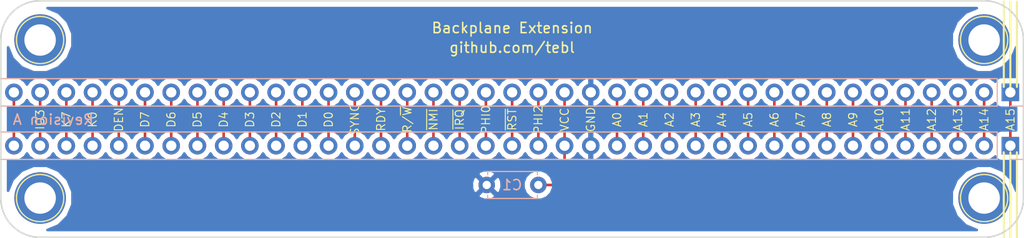
<source format=kicad_pcb>
(kicad_pcb (version 4) (host pcbnew 4.0.7)

  (general
    (links 41)
    (no_connects 0)
    (area 97.714999 95.074999 196.925001 118.185001)
    (thickness 1.6)
    (drawings 55)
    (tracks 41)
    (zones 0)
    (modules 7)
    (nets 40)
  )

  (page A4)
  (layers
    (0 F.Cu signal)
    (31 B.Cu signal hide)
    (32 B.Adhes user)
    (33 F.Adhes user)
    (34 B.Paste user)
    (35 F.Paste user)
    (36 B.SilkS user hide)
    (37 F.SilkS user)
    (38 B.Mask user)
    (39 F.Mask user)
    (40 Dwgs.User user)
    (41 Cmts.User user)
    (42 Eco1.User user)
    (43 Eco2.User user)
    (44 Edge.Cuts user)
    (45 Margin user)
    (46 B.CrtYd user)
    (47 F.CrtYd user)
    (48 B.Fab user)
    (49 F.Fab user)
  )

  (setup
    (last_trace_width 0.25)
    (user_trace_width 0.1)
    (trace_clearance 0.2)
    (zone_clearance 0.508)
    (zone_45_only no)
    (trace_min 0.01)
    (segment_width 0.2)
    (edge_width 0.15)
    (via_size 0.6)
    (via_drill 0.4)
    (via_min_size 0.4)
    (via_min_drill 0.3)
    (uvia_size 0.3)
    (uvia_drill 0.1)
    (uvias_allowed no)
    (uvia_min_size 0.2)
    (uvia_min_drill 0.1)
    (pcb_text_width 0.3)
    (pcb_text_size 1.5 1.5)
    (mod_edge_width 0.15)
    (mod_text_size 1 1)
    (mod_text_width 0.15)
    (pad_size 5 5)
    (pad_drill 3.048)
    (pad_to_mask_clearance 0.2)
    (aux_axis_origin 104.14 52.07)
    (visible_elements 7FFFFFFF)
    (pcbplotparams
      (layerselection 0x011fc_80000001)
      (usegerberextensions true)
      (excludeedgelayer true)
      (linewidth 0.100000)
      (plotframeref false)
      (viasonmask false)
      (mode 1)
      (useauxorigin false)
      (hpglpennumber 1)
      (hpglpenspeed 20)
      (hpglpendiameter 15)
      (hpglpenoverlay 2)
      (psnegative false)
      (psa4output false)
      (plotreference true)
      (plotvalue true)
      (plotinvisibletext false)
      (padsonsilk false)
      (subtractmaskfromsilk false)
      (outputformat 1)
      (mirror false)
      (drillshape 0)
      (scaleselection 1)
      (outputdirectory export/))
  )

  (net 0 "")
  (net 1 GND)
  (net 2 VCC)
  (net 3 /A15)
  (net 4 /A14)
  (net 5 /A13)
  (net 6 /A12)
  (net 7 /A11)
  (net 8 /A10)
  (net 9 /A9)
  (net 10 /A8)
  (net 11 /A7)
  (net 12 /A6)
  (net 13 /A5)
  (net 14 /A4)
  (net 15 /A3)
  (net 16 /A2)
  (net 17 /A1)
  (net 18 /A0)
  (net 19 /~IRQ)
  (net 20 /~NMI)
  (net 21 /R/~W)
  (net 22 /~RDY)
  (net 23 /SYNC)
  (net 24 /D0)
  (net 25 /D1)
  (net 26 /D2)
  (net 27 /D3)
  (net 28 /D4)
  (net 29 /D5)
  (net 30 /D6)
  (net 31 /D7)
  (net 32 /~RESET)
  (net 33 /PIN35)
  (net 34 /PIN36)
  (net 35 /PIN37)
  (net 36 /PIN39)
  (net 37 /PHI2)
  (net 38 /PHI0)
  (net 39 /~IO3)

  (net_class Default "This is the default net class."
    (clearance 0.2)
    (trace_width 0.25)
    (via_dia 0.6)
    (via_drill 0.4)
    (uvia_dia 0.3)
    (uvia_drill 0.1)
    (add_net /A0)
    (add_net /A1)
    (add_net /A10)
    (add_net /A11)
    (add_net /A12)
    (add_net /A13)
    (add_net /A14)
    (add_net /A15)
    (add_net /A2)
    (add_net /A3)
    (add_net /A4)
    (add_net /A5)
    (add_net /A6)
    (add_net /A7)
    (add_net /A8)
    (add_net /A9)
    (add_net /D0)
    (add_net /D1)
    (add_net /D2)
    (add_net /D3)
    (add_net /D4)
    (add_net /D5)
    (add_net /D6)
    (add_net /D7)
    (add_net /PHI0)
    (add_net /PHI2)
    (add_net /PIN35)
    (add_net /PIN36)
    (add_net /PIN37)
    (add_net /PIN39)
    (add_net /R/~W)
    (add_net /SYNC)
    (add_net /~IO3)
    (add_net /~IRQ)
    (add_net /~NMI)
    (add_net /~RDY)
    (add_net /~RESET)
    (add_net GND)
    (add_net VCC)
  )

  (net_class VCC ""
    (clearance 0.2)
    (trace_width 0.75)
    (via_dia 0.6)
    (via_drill 0.4)
    (uvia_dia 0.3)
    (uvia_drill 0.1)
  )

  (module mounting:1pin (layer F.Cu) (tedit 5D61810C) (tstamp 5D63F39B)
    (at 101.6 98.96 90)
    (descr "module 1 pin (ou trou mecanique de percage)")
    (tags DEV)
    (path /5D63FD8B)
    (fp_text reference M1 (at 0 -3.048 90) (layer F.Fab) hide
      (effects (font (size 1 1) (thickness 0.15)))
    )
    (fp_text value Mounting (at 0 3 90) (layer F.Fab) hide
      (effects (font (size 1 1) (thickness 0.15)))
    )
    (fp_circle (center 0 0) (end 2 0.8) (layer F.Fab) (width 0.1))
    (fp_circle (center 0 0) (end 2.6 0) (layer F.CrtYd) (width 0.05))
    (fp_circle (center 0 0) (end 0 -2.286) (layer F.SilkS) (width 0.12))
    (pad 1 thru_hole circle (at 0 0 90) (size 5 5) (drill 3.048) (layers *.Cu *.Mask))
  )

  (module mounting:1pin (layer F.Cu) (tedit 5D61810C) (tstamp 5D63F3A3)
    (at 193.04 98.96)
    (descr "module 1 pin (ou trou mecanique de percage)")
    (tags DEV)
    (path /5D63FDB2)
    (fp_text reference M2 (at 0 -3.048) (layer F.Fab) hide
      (effects (font (size 1 1) (thickness 0.15)))
    )
    (fp_text value Mounting (at 0 3) (layer F.Fab) hide
      (effects (font (size 1 1) (thickness 0.15)))
    )
    (fp_circle (center 0 0) (end 2 0.8) (layer F.Fab) (width 0.1))
    (fp_circle (center 0 0) (end 2.6 0) (layer F.CrtYd) (width 0.05))
    (fp_circle (center 0 0) (end 0 -2.286) (layer F.SilkS) (width 0.12))
    (pad 1 thru_hole circle (at 0 0) (size 5 5) (drill 3.048) (layers *.Cu *.Mask))
  )

  (module mounting:1pin locked (layer F.Cu) (tedit 5D61810C) (tstamp 5D63F3AB)
    (at 193.04 114.3)
    (descr "module 1 pin (ou trou mecanique de percage)")
    (tags DEV)
    (path /5D63FDD2)
    (fp_text reference M3 (at 0 -3.048) (layer F.Fab) hide
      (effects (font (size 1 1) (thickness 0.15)))
    )
    (fp_text value Mounting (at 0 3) (layer F.Fab) hide
      (effects (font (size 1 1) (thickness 0.15)))
    )
    (fp_circle (center 0 0) (end 2 0.8) (layer F.Fab) (width 0.1))
    (fp_circle (center 0 0) (end 2.6 0) (layer F.CrtYd) (width 0.05))
    (fp_circle (center 0 0) (end 0 -2.286) (layer F.SilkS) (width 0.12))
    (pad 1 thru_hole circle (at 0 0) (size 5 5) (drill 3.048) (layers *.Cu *.Mask))
  )

  (module mounting:1pin locked (layer F.Cu) (tedit 5D61810C) (tstamp 5D63F3B3)
    (at 101.6 114.3)
    (descr "module 1 pin (ou trou mecanique de percage)")
    (tags DEV)
    (path /5D63FDF2)
    (fp_text reference M4 (at 0 -3.048) (layer F.Fab) hide
      (effects (font (size 1 1) (thickness 0.15)))
    )
    (fp_text value Mounting (at 0 3) (layer F.Fab) hide
      (effects (font (size 1 1) (thickness 0.15)))
    )
    (fp_circle (center 0 0) (end 2 0.8) (layer F.Fab) (width 0.1))
    (fp_circle (center 0 0) (end 2.6 0) (layer F.CrtYd) (width 0.05))
    (fp_circle (center 0 0) (end 0 -2.286) (layer F.SilkS) (width 0.12))
    (pad 1 thru_hole circle (at 0 0) (size 5 5) (drill 3.048) (layers *.Cu *.Mask))
  )

  (module Pin_Headers:Pin_Header_Straight_1x39_Pitch2.54mm (layer B.Cu) (tedit 5E2DEE07) (tstamp 5DD08C54)
    (at 195.58 109.22 90)
    (descr "Through hole straight pin header, 1x39, 2.54mm pitch, single row")
    (tags "Through hole pin header THT 1x39 2.54mm single row")
    (path /5DD0D32D)
    (fp_text reference J2 (at 0 2.33 90) (layer B.SilkS)
      (effects (font (size 1 1) (thickness 0.15)) (justify mirror))
    )
    (fp_text value "Project Platform" (at -2.54 -81.28 180) (layer B.Fab)
      (effects (font (size 1 1) (thickness 0.15)) (justify mirror))
    )
    (fp_line (start -0.635 1.27) (end 1.27 1.27) (layer B.Fab) (width 0.1))
    (fp_line (start 1.27 1.27) (end 1.27 -97.79) (layer B.Fab) (width 0.1))
    (fp_line (start 1.27 -97.79) (end -1.27 -97.79) (layer B.Fab) (width 0.1))
    (fp_line (start -1.27 -97.79) (end -1.27 0.635) (layer B.Fab) (width 0.1))
    (fp_line (start -1.27 0.635) (end -0.635 1.27) (layer B.Fab) (width 0.1))
    (fp_line (start -1.33 -97.85) (end 1.33 -97.85) (layer B.SilkS) (width 0.12))
    (fp_line (start -1.33 -1.27) (end -1.33 -97.85) (layer B.SilkS) (width 0.12))
    (fp_line (start 1.33 -1.27) (end 1.33 -97.85) (layer B.SilkS) (width 0.12))
    (fp_line (start -1.33 -1.27) (end 1.33 -1.27) (layer B.SilkS) (width 0.12))
    (fp_line (start -1.33 0) (end -1.33 1.33) (layer B.SilkS) (width 0.12))
    (fp_line (start -1.33 1.33) (end 0 1.33) (layer B.SilkS) (width 0.12))
    (fp_line (start -1.8 1.8) (end -1.8 -98.3) (layer B.CrtYd) (width 0.05))
    (fp_line (start -1.8 -98.3) (end 1.8 -98.3) (layer B.CrtYd) (width 0.05))
    (fp_line (start 1.8 -98.3) (end 1.8 1.8) (layer B.CrtYd) (width 0.05))
    (fp_line (start 1.8 1.8) (end -1.8 1.8) (layer B.CrtYd) (width 0.05))
    (fp_text user %R (at 0 -48.26 360) (layer B.Fab)
      (effects (font (size 1 1) (thickness 0.15)) (justify mirror))
    )
    (pad 1 thru_hole rect (at 0 0 90) (size 1.7 1.7) (drill 1) (layers *.Cu *.Mask)
      (net 3 /A15))
    (pad 2 thru_hole oval (at 0 -2.54 90) (size 1.7 1.7) (drill 1) (layers *.Cu *.Mask)
      (net 4 /A14))
    (pad 3 thru_hole oval (at 0 -5.08 90) (size 1.7 1.7) (drill 1) (layers *.Cu *.Mask)
      (net 5 /A13))
    (pad 4 thru_hole oval (at 0 -7.62 90) (size 1.7 1.7) (drill 1) (layers *.Cu *.Mask)
      (net 6 /A12))
    (pad 5 thru_hole oval (at 0 -10.16 90) (size 1.7 1.7) (drill 1) (layers *.Cu *.Mask)
      (net 7 /A11))
    (pad 6 thru_hole oval (at 0 -12.7 90) (size 1.7 1.7) (drill 1) (layers *.Cu *.Mask)
      (net 8 /A10))
    (pad 7 thru_hole oval (at 0 -15.24 90) (size 1.7 1.7) (drill 1) (layers *.Cu *.Mask)
      (net 9 /A9))
    (pad 8 thru_hole oval (at 0 -17.78 90) (size 1.7 1.7) (drill 1) (layers *.Cu *.Mask)
      (net 10 /A8))
    (pad 9 thru_hole oval (at 0 -20.32 90) (size 1.7 1.7) (drill 1) (layers *.Cu *.Mask)
      (net 11 /A7))
    (pad 10 thru_hole oval (at 0 -22.86 90) (size 1.7 1.7) (drill 1) (layers *.Cu *.Mask)
      (net 12 /A6))
    (pad 11 thru_hole oval (at 0 -25.4 90) (size 1.7 1.7) (drill 1) (layers *.Cu *.Mask)
      (net 13 /A5))
    (pad 12 thru_hole oval (at 0 -27.94 90) (size 1.7 1.7) (drill 1) (layers *.Cu *.Mask)
      (net 14 /A4))
    (pad 13 thru_hole oval (at 0 -30.48 90) (size 1.7 1.7) (drill 1) (layers *.Cu *.Mask)
      (net 15 /A3))
    (pad 14 thru_hole oval (at 0 -33.02 90) (size 1.7 1.7) (drill 1) (layers *.Cu *.Mask)
      (net 16 /A2))
    (pad 15 thru_hole oval (at 0 -35.56 90) (size 1.7 1.7) (drill 1) (layers *.Cu *.Mask)
      (net 17 /A1))
    (pad 16 thru_hole oval (at 0 -38.1 90) (size 1.7 1.7) (drill 1) (layers *.Cu *.Mask)
      (net 18 /A0))
    (pad 17 thru_hole oval (at 0 -40.64 90) (size 1.7 1.7) (drill 1) (layers *.Cu *.Mask)
      (net 1 GND))
    (pad 18 thru_hole oval (at 0 -43.18 90) (size 1.7 1.7) (drill 1) (layers *.Cu *.Mask)
      (net 2 VCC))
    (pad 19 thru_hole oval (at 0 -45.72 90) (size 1.7 1.7) (drill 1) (layers *.Cu *.Mask)
      (net 37 /PHI2))
    (pad 20 thru_hole oval (at 0 -48.26 90) (size 1.7 1.7) (drill 1) (layers *.Cu *.Mask)
      (net 32 /~RESET))
    (pad 21 thru_hole oval (at 0 -50.8 90) (size 1.7 1.7) (drill 1) (layers *.Cu *.Mask)
      (net 38 /PHI0))
    (pad 22 thru_hole oval (at 0 -53.34 90) (size 1.7 1.7) (drill 1) (layers *.Cu *.Mask)
      (net 19 /~IRQ))
    (pad 23 thru_hole oval (at 0 -55.88 90) (size 1.7 1.7) (drill 1) (layers *.Cu *.Mask)
      (net 20 /~NMI))
    (pad 24 thru_hole oval (at 0 -58.42 90) (size 1.7 1.7) (drill 1) (layers *.Cu *.Mask)
      (net 21 /R/~W))
    (pad 25 thru_hole oval (at 0 -60.96 90) (size 1.7 1.7) (drill 1) (layers *.Cu *.Mask)
      (net 22 /~RDY))
    (pad 26 thru_hole oval (at 0 -63.5 90) (size 1.7 1.7) (drill 1) (layers *.Cu *.Mask)
      (net 23 /SYNC))
    (pad 27 thru_hole oval (at 0 -66.04 90) (size 1.7 1.7) (drill 1) (layers *.Cu *.Mask)
      (net 24 /D0))
    (pad 28 thru_hole oval (at 0 -68.58 90) (size 1.7 1.7) (drill 1) (layers *.Cu *.Mask)
      (net 25 /D1))
    (pad 29 thru_hole oval (at 0 -71.12 90) (size 1.7 1.7) (drill 1) (layers *.Cu *.Mask)
      (net 26 /D2))
    (pad 30 thru_hole oval (at 0 -73.66 90) (size 1.7 1.7) (drill 1) (layers *.Cu *.Mask)
      (net 27 /D3))
    (pad 31 thru_hole oval (at 0 -76.2 90) (size 1.7 1.7) (drill 1) (layers *.Cu *.Mask)
      (net 28 /D4))
    (pad 32 thru_hole oval (at 0 -78.74 90) (size 1.7 1.7) (drill 1) (layers *.Cu *.Mask)
      (net 29 /D5))
    (pad 33 thru_hole oval (at 0 -81.28 90) (size 1.7 1.7) (drill 1) (layers *.Cu *.Mask)
      (net 30 /D6))
    (pad 34 thru_hole oval (at 0 -83.82 90) (size 1.7 1.7) (drill 1) (layers *.Cu *.Mask)
      (net 31 /D7))
    (pad 35 thru_hole oval (at 0 -86.36 90) (size 1.7 1.7) (drill 1) (layers *.Cu *.Mask)
      (net 33 /PIN35))
    (pad 36 thru_hole oval (at 0 -88.9 90) (size 1.7 1.7) (drill 1) (layers *.Cu *.Mask)
      (net 34 /PIN36))
    (pad 37 thru_hole oval (at 0 -91.44 90) (size 1.7 1.7) (drill 1) (layers *.Cu *.Mask)
      (net 35 /PIN37))
    (pad 38 thru_hole oval (at 0 -93.98 90) (size 1.7 1.7) (drill 1) (layers *.Cu *.Mask)
      (net 39 /~IO3))
    (pad 39 thru_hole oval (at 0 -96.52 90) (size 1.7 1.7) (drill 1) (layers *.Cu *.Mask)
      (net 36 /PIN39))
    (model ${KISYS3DMOD}/Pin_Headers.3dshapes/Pin_Header_Straight_1x39_Pitch2.54mm.wrl
      (at (xyz 0 0 0))
      (scale (xyz 1 1 1))
      (rotate (xyz 0 0 0))
    )
  )

  (module Capacitors_THT:C_Disc_D4.7mm_W2.5mm_P5.00mm (layer B.Cu) (tedit 5DD0871F) (tstamp 5DD08DB8)
    (at 149.86 113.03 180)
    (descr "C, Disc series, Radial, pin pitch=5.00mm, , diameter*width=4.7*2.5mm^2, Capacitor, http://www.vishay.com/docs/45233/krseries.pdf")
    (tags "C Disc series Radial pin pitch 5.00mm  diameter 4.7mm width 2.5mm Capacitor")
    (path /5DD0E0B6)
    (fp_text reference C1 (at 2.54 0 180) (layer B.SilkS)
      (effects (font (size 1 1) (thickness 0.15)) (justify mirror))
    )
    (fp_text value 100nF (at 2.5 -2.56 180) (layer B.Fab)
      (effects (font (size 1 1) (thickness 0.15)) (justify mirror))
    )
    (fp_line (start 0.15 1.25) (end 0.15 -1.25) (layer B.Fab) (width 0.1))
    (fp_line (start 0.15 -1.25) (end 4.85 -1.25) (layer B.Fab) (width 0.1))
    (fp_line (start 4.85 -1.25) (end 4.85 1.25) (layer B.Fab) (width 0.1))
    (fp_line (start 4.85 1.25) (end 0.15 1.25) (layer B.Fab) (width 0.1))
    (fp_line (start 0.09 1.31) (end 4.91 1.31) (layer B.SilkS) (width 0.12))
    (fp_line (start 0.09 -1.31) (end 4.91 -1.31) (layer B.SilkS) (width 0.12))
    (fp_line (start 0.09 1.31) (end 0.09 0.996) (layer B.SilkS) (width 0.12))
    (fp_line (start 0.09 -0.996) (end 0.09 -1.31) (layer B.SilkS) (width 0.12))
    (fp_line (start 4.91 1.31) (end 4.91 0.996) (layer B.SilkS) (width 0.12))
    (fp_line (start 4.91 -0.996) (end 4.91 -1.31) (layer B.SilkS) (width 0.12))
    (fp_line (start -1.05 1.6) (end -1.05 -1.6) (layer B.CrtYd) (width 0.05))
    (fp_line (start -1.05 -1.6) (end 6.05 -1.6) (layer B.CrtYd) (width 0.05))
    (fp_line (start 6.05 -1.6) (end 6.05 1.6) (layer B.CrtYd) (width 0.05))
    (fp_line (start 6.05 1.6) (end -1.05 1.6) (layer B.CrtYd) (width 0.05))
    (fp_text user %R (at 2.54 0 180) (layer B.Fab)
      (effects (font (size 1 1) (thickness 0.15)) (justify mirror))
    )
    (pad 1 thru_hole circle (at 0 0 180) (size 1.6 1.6) (drill 0.8) (layers *.Cu *.Mask)
      (net 2 VCC))
    (pad 2 thru_hole circle (at 5 0 180) (size 1.6 1.6) (drill 0.8) (layers *.Cu *.Mask)
      (net 1 GND))
    (model ${KISYS3DMOD}/Capacitors_THT.3dshapes/C_Disc_D4.7mm_W2.5mm_P5.00mm.wrl
      (at (xyz 0 0 0))
      (scale (xyz 1 1 1))
      (rotate (xyz 0 0 0))
    )
  )

  (module Pin_Headers:Pin_Header_Straight_1x39_Pitch2.54mm (layer B.Cu) (tedit 5E2DEE10) (tstamp 5E2DDD17)
    (at 195.58 104.04 90)
    (descr "Through hole straight pin header, 1x39, 2.54mm pitch, single row")
    (tags "Through hole pin header THT 1x39 2.54mm single row")
    (path /5DC149FA)
    (fp_text reference J1 (at 0 2.33 90) (layer B.SilkS)
      (effects (font (size 1 1) (thickness 0.15)) (justify mirror))
    )
    (fp_text value Backplane (at 2.44 -81.28 180) (layer B.Fab)
      (effects (font (size 1 1) (thickness 0.15)) (justify mirror))
    )
    (fp_line (start -0.635 1.27) (end 1.27 1.27) (layer B.Fab) (width 0.1))
    (fp_line (start 1.27 1.27) (end 1.27 -97.79) (layer B.Fab) (width 0.1))
    (fp_line (start 1.27 -97.79) (end -1.27 -97.79) (layer B.Fab) (width 0.1))
    (fp_line (start -1.27 -97.79) (end -1.27 0.635) (layer B.Fab) (width 0.1))
    (fp_line (start -1.27 0.635) (end -0.635 1.27) (layer B.Fab) (width 0.1))
    (fp_line (start -1.33 -97.85) (end 1.33 -97.85) (layer B.SilkS) (width 0.12))
    (fp_line (start -1.33 -1.27) (end -1.33 -97.85) (layer B.SilkS) (width 0.12))
    (fp_line (start 1.33 -1.27) (end 1.33 -97.85) (layer B.SilkS) (width 0.12))
    (fp_line (start -1.33 -1.27) (end 1.33 -1.27) (layer B.SilkS) (width 0.12))
    (fp_line (start -1.33 0) (end -1.33 1.33) (layer B.SilkS) (width 0.12))
    (fp_line (start -1.33 1.33) (end 0 1.33) (layer B.SilkS) (width 0.12))
    (fp_line (start -1.8 1.8) (end -1.8 -98.3) (layer B.CrtYd) (width 0.05))
    (fp_line (start -1.8 -98.3) (end 1.8 -98.3) (layer B.CrtYd) (width 0.05))
    (fp_line (start 1.8 -98.3) (end 1.8 1.8) (layer B.CrtYd) (width 0.05))
    (fp_line (start 1.8 1.8) (end -1.8 1.8) (layer B.CrtYd) (width 0.05))
    (fp_text user %R (at 0 -48.26 360) (layer B.Fab)
      (effects (font (size 1 1) (thickness 0.15)) (justify mirror))
    )
    (pad 1 thru_hole rect (at 0 0 90) (size 1.7 1.7) (drill 1) (layers *.Cu *.Mask)
      (net 3 /A15))
    (pad 2 thru_hole oval (at 0 -2.54 90) (size 1.7 1.7) (drill 1) (layers *.Cu *.Mask)
      (net 4 /A14))
    (pad 3 thru_hole oval (at 0 -5.08 90) (size 1.7 1.7) (drill 1) (layers *.Cu *.Mask)
      (net 5 /A13))
    (pad 4 thru_hole oval (at 0 -7.62 90) (size 1.7 1.7) (drill 1) (layers *.Cu *.Mask)
      (net 6 /A12))
    (pad 5 thru_hole oval (at 0 -10.16 90) (size 1.7 1.7) (drill 1) (layers *.Cu *.Mask)
      (net 7 /A11))
    (pad 6 thru_hole oval (at 0 -12.7 90) (size 1.7 1.7) (drill 1) (layers *.Cu *.Mask)
      (net 8 /A10))
    (pad 7 thru_hole oval (at 0 -15.24 90) (size 1.7 1.7) (drill 1) (layers *.Cu *.Mask)
      (net 9 /A9))
    (pad 8 thru_hole oval (at 0 -17.78 90) (size 1.7 1.7) (drill 1) (layers *.Cu *.Mask)
      (net 10 /A8))
    (pad 9 thru_hole oval (at 0 -20.32 90) (size 1.7 1.7) (drill 1) (layers *.Cu *.Mask)
      (net 11 /A7))
    (pad 10 thru_hole oval (at 0 -22.86 90) (size 1.7 1.7) (drill 1) (layers *.Cu *.Mask)
      (net 12 /A6))
    (pad 11 thru_hole oval (at 0 -25.4 90) (size 1.7 1.7) (drill 1) (layers *.Cu *.Mask)
      (net 13 /A5))
    (pad 12 thru_hole oval (at 0 -27.94 90) (size 1.7 1.7) (drill 1) (layers *.Cu *.Mask)
      (net 14 /A4))
    (pad 13 thru_hole oval (at 0 -30.48 90) (size 1.7 1.7) (drill 1) (layers *.Cu *.Mask)
      (net 15 /A3))
    (pad 14 thru_hole oval (at 0 -33.02 90) (size 1.7 1.7) (drill 1) (layers *.Cu *.Mask)
      (net 16 /A2))
    (pad 15 thru_hole oval (at 0 -35.56 90) (size 1.7 1.7) (drill 1) (layers *.Cu *.Mask)
      (net 17 /A1))
    (pad 16 thru_hole oval (at 0 -38.1 90) (size 1.7 1.7) (drill 1) (layers *.Cu *.Mask)
      (net 18 /A0))
    (pad 17 thru_hole oval (at 0 -40.64 90) (size 1.7 1.7) (drill 1) (layers *.Cu *.Mask)
      (net 1 GND))
    (pad 18 thru_hole oval (at 0 -43.18 90) (size 1.7 1.7) (drill 1) (layers *.Cu *.Mask)
      (net 2 VCC))
    (pad 19 thru_hole oval (at 0 -45.72 90) (size 1.7 1.7) (drill 1) (layers *.Cu *.Mask)
      (net 37 /PHI2))
    (pad 20 thru_hole oval (at 0 -48.26 90) (size 1.7 1.7) (drill 1) (layers *.Cu *.Mask)
      (net 32 /~RESET))
    (pad 21 thru_hole oval (at 0 -50.8 90) (size 1.7 1.7) (drill 1) (layers *.Cu *.Mask)
      (net 38 /PHI0))
    (pad 22 thru_hole oval (at 0 -53.34 90) (size 1.7 1.7) (drill 1) (layers *.Cu *.Mask)
      (net 19 /~IRQ))
    (pad 23 thru_hole oval (at 0 -55.88 90) (size 1.7 1.7) (drill 1) (layers *.Cu *.Mask)
      (net 20 /~NMI))
    (pad 24 thru_hole oval (at 0 -58.42 90) (size 1.7 1.7) (drill 1) (layers *.Cu *.Mask)
      (net 21 /R/~W))
    (pad 25 thru_hole oval (at 0 -60.96 90) (size 1.7 1.7) (drill 1) (layers *.Cu *.Mask)
      (net 22 /~RDY))
    (pad 26 thru_hole oval (at 0 -63.5 90) (size 1.7 1.7) (drill 1) (layers *.Cu *.Mask)
      (net 23 /SYNC))
    (pad 27 thru_hole oval (at 0 -66.04 90) (size 1.7 1.7) (drill 1) (layers *.Cu *.Mask)
      (net 24 /D0))
    (pad 28 thru_hole oval (at 0 -68.58 90) (size 1.7 1.7) (drill 1) (layers *.Cu *.Mask)
      (net 25 /D1))
    (pad 29 thru_hole oval (at 0 -71.12 90) (size 1.7 1.7) (drill 1) (layers *.Cu *.Mask)
      (net 26 /D2))
    (pad 30 thru_hole oval (at 0 -73.66 90) (size 1.7 1.7) (drill 1) (layers *.Cu *.Mask)
      (net 27 /D3))
    (pad 31 thru_hole oval (at 0 -76.2 90) (size 1.7 1.7) (drill 1) (layers *.Cu *.Mask)
      (net 28 /D4))
    (pad 32 thru_hole oval (at 0 -78.74 90) (size 1.7 1.7) (drill 1) (layers *.Cu *.Mask)
      (net 29 /D5))
    (pad 33 thru_hole oval (at 0 -81.28 90) (size 1.7 1.7) (drill 1) (layers *.Cu *.Mask)
      (net 30 /D6))
    (pad 34 thru_hole oval (at 0 -83.82 90) (size 1.7 1.7) (drill 1) (layers *.Cu *.Mask)
      (net 31 /D7))
    (pad 35 thru_hole oval (at 0 -86.36 90) (size 1.7 1.7) (drill 1) (layers *.Cu *.Mask)
      (net 33 /PIN35))
    (pad 36 thru_hole oval (at 0 -88.9 90) (size 1.7 1.7) (drill 1) (layers *.Cu *.Mask)
      (net 34 /PIN36))
    (pad 37 thru_hole oval (at 0 -91.44 90) (size 1.7 1.7) (drill 1) (layers *.Cu *.Mask)
      (net 35 /PIN37))
    (pad 38 thru_hole oval (at 0 -93.98 90) (size 1.7 1.7) (drill 1) (layers *.Cu *.Mask)
      (net 39 /~IO3))
    (pad 39 thru_hole oval (at 0 -96.52 90) (size 1.7 1.7) (drill 1) (layers *.Cu *.Mask)
      (net 36 /PIN39))
    (model ${KISYS3DMOD}/Pin_Headers.3dshapes/Pin_Header_Straight_1x39_Pitch2.54mm.wrl
      (at (xyz 0 0 0))
      (scale (xyz 1 1 1))
      (rotate (xyz 0 0 0))
    )
  )

  (gr_text GND (at 154.94 106.68 90) (layer F.SilkS)
    (effects (font (size 0.8 0.8) (thickness 0.1)))
  )
  (gr_text VCC (at 152.4 106.68 90) (layer F.SilkS)
    (effects (font (size 0.8 0.8) (thickness 0.1)))
  )
  (gr_text PHI2 (at 149.86 106.68 90) (layer F.SilkS)
    (effects (font (size 0.8 0.8) (thickness 0.1)))
  )
  (gr_text ~RST (at 147.32 106.68 90) (layer F.SilkS)
    (effects (font (size 0.8 0.8) (thickness 0.1)))
  )
  (gr_text PHI0 (at 144.78 106.68 90) (layer F.SilkS)
    (effects (font (size 0.8 0.8) (thickness 0.1)))
  )
  (gr_text ~IRQ (at 142.24 106.68 90) (layer F.SilkS)
    (effects (font (size 0.8 0.8) (thickness 0.1)))
  )
  (gr_text ~NMI (at 139.7 106.68 90) (layer F.SilkS)
    (effects (font (size 0.8 0.8) (thickness 0.1)))
  )
  (gr_text R/~W (at 137.16 106.68 90) (layer F.SilkS)
    (effects (font (size 0.8 0.8) (thickness 0.1)))
  )
  (gr_text RDY (at 134.62 106.68 90) (layer F.SilkS)
    (effects (font (size 0.8 0.8) (thickness 0.1)))
  )
  (gr_line (start 196.215 103.505) (end 196.215 95.25) (angle 90) (layer F.SilkS) (width 0.2))
  (gr_line (start 195.58 95.25) (end 195.58 103.505) (angle 90) (layer F.SilkS) (width 0.2))
  (gr_line (start 194.945 103.505) (end 194.945 95.25) (angle 90) (layer F.SilkS) (width 0.2))
  (gr_line (start 196.215 109.855) (end 196.215 118.11) (angle 90) (layer F.SilkS) (width 0.2))
  (gr_line (start 195.58 118.11) (end 195.58 109.855) (angle 90) (layer F.SilkS) (width 0.2))
  (gr_line (start 194.945 109.855) (end 194.945 118.11) (angle 90) (layer F.SilkS) (width 0.2))
  (gr_text A15 (at 195.58 106.68 90) (layer F.SilkS)
    (effects (font (size 0.8 0.8) (thickness 0.1)))
  )
  (gr_text A14 (at 193.04 106.68 90) (layer F.SilkS)
    (effects (font (size 0.8 0.8) (thickness 0.1)))
  )
  (gr_text A13 (at 190.5 106.68 90) (layer F.SilkS)
    (effects (font (size 0.8 0.8) (thickness 0.1)))
  )
  (gr_text A12 (at 187.96 106.68 90) (layer F.SilkS)
    (effects (font (size 0.8 0.8) (thickness 0.1)))
  )
  (gr_text A11 (at 185.42 106.68 90) (layer F.SilkS)
    (effects (font (size 0.8 0.8) (thickness 0.1)))
  )
  (gr_text A10 (at 182.88 106.68 90) (layer F.SilkS)
    (effects (font (size 0.8 0.8) (thickness 0.1)))
  )
  (gr_text A9 (at 180.34 106.68 90) (layer F.SilkS)
    (effects (font (size 0.8 0.8) (thickness 0.1)))
  )
  (gr_text A8 (at 177.8 106.68 90) (layer F.SilkS)
    (effects (font (size 0.8 0.8) (thickness 0.1)))
  )
  (gr_text A7 (at 175.26 106.68 90) (layer F.SilkS)
    (effects (font (size 0.8 0.8) (thickness 0.1)))
  )
  (gr_text A6 (at 172.72 106.68 90) (layer F.SilkS)
    (effects (font (size 0.8 0.8) (thickness 0.1)))
  )
  (gr_text A5 (at 170.18 106.68 90) (layer F.SilkS)
    (effects (font (size 0.8 0.8) (thickness 0.1)))
  )
  (gr_text A4 (at 167.64 106.68 90) (layer F.SilkS)
    (effects (font (size 0.8 0.8) (thickness 0.1)))
  )
  (gr_text A3 (at 165.1 106.68 90) (layer F.SilkS)
    (effects (font (size 0.8 0.8) (thickness 0.1)))
  )
  (gr_text A2 (at 162.56 106.68 90) (layer F.SilkS)
    (effects (font (size 0.8 0.8) (thickness 0.1)))
  )
  (gr_text A1 (at 160.02 106.68 90) (layer F.SilkS)
    (effects (font (size 0.8 0.8) (thickness 0.1)))
  )
  (gr_text A0 (at 157.48 106.68 90) (layer F.SilkS)
    (effects (font (size 0.8 0.8) (thickness 0.1)))
  )
  (gr_text D0 (at 129.54 106.68 90) (layer F.SilkS)
    (effects (font (size 0.8 0.8) (thickness 0.1)))
  )
  (gr_text D1 (at 127 106.68 90) (layer F.SilkS)
    (effects (font (size 0.8 0.8) (thickness 0.1)))
  )
  (gr_text D2 (at 124.46 106.68 90) (layer F.SilkS)
    (effects (font (size 0.8 0.8) (thickness 0.1)))
  )
  (gr_text D3 (at 121.92 106.68 90) (layer F.SilkS)
    (effects (font (size 0.8 0.8) (thickness 0.1)))
  )
  (gr_text D4 (at 119.38 106.68 90) (layer F.SilkS)
    (effects (font (size 0.8 0.8) (thickness 0.1)))
  )
  (gr_text D5 (at 116.84 106.68 90) (layer F.SilkS)
    (effects (font (size 0.8 0.8) (thickness 0.1)))
  )
  (gr_text D6 (at 114.3 106.68 90) (layer F.SilkS)
    (effects (font (size 0.8 0.8) (thickness 0.1)))
  )
  (gr_text D7 (at 111.76 106.68 90) (layer F.SilkS)
    (effects (font (size 0.8 0.8) (thickness 0.1)))
  )
  (gr_text DEN (at 109.22 106.68 90) (layer F.SilkS)
    (effects (font (size 0.8 0.8) (thickness 0.1)))
  )
  (gr_text K0 (at 106.68 106.68 90) (layer F.SilkS)
    (effects (font (size 0.8 0.8) (thickness 0.1)))
  )
  (gr_text K7 (at 104.14 106.68 90) (layer F.SilkS)
    (effects (font (size 0.8 0.8) (thickness 0.1)))
  )
  (gr_text IO3 (at 101.6 106.68 90) (layer F.SilkS)
    (effects (font (size 0.8 0.8) (thickness 0.1)))
  )
  (gr_line (start 196.85 114.3) (end 196.85 98.96) (angle 90) (layer Edge.Cuts) (width 0.15))
  (gr_line (start 97.79 114.3) (end 97.79 98.96) (angle 90) (layer Edge.Cuts) (width 0.15))
  (gr_arc (start 101.6 98.96) (end 97.79 98.96) (angle 90) (layer Edge.Cuts) (width 0.15))
  (gr_line (start 101.6 95.15) (end 193.04 95.15) (angle 90) (layer Edge.Cuts) (width 0.15))
  (gr_arc (start 193.04 98.96) (end 193.04 95.15) (angle 90) (layer Edge.Cuts) (width 0.15))
  (gr_line (start 193.04 118.11) (end 101.6 118.11) (angle 90) (layer Edge.Cuts) (width 0.15))
  (gr_arc (start 193.04 114.3) (end 196.85 114.3) (angle 90) (layer Edge.Cuts) (width 0.15))
  (gr_arc (start 101.6 114.3) (end 101.6 118.11) (angle 90) (layer Edge.Cuts) (width 0.15))
  (gr_text SYNC (at 132.08 106.68 90) (layer F.SilkS)
    (effects (font (size 0.8 0.8) (thickness 0.1)))
  )
  (gr_text "Revision A" (at 102.87 106.68) (layer B.SilkS)
    (effects (font (size 1 1) (thickness 0.15)) (justify mirror))
  )
  (gr_text github.com/tebl (at 147.32 99.695) (layer F.SilkS)
    (effects (font (size 1 1) (thickness 0.15)))
  )
  (gr_text "Backplane Extension" (at 147.32 97.79) (layer F.SilkS)
    (effects (font (size 1 1) (thickness 0.15)))
  )

  (segment (start 149.86 113.03) (end 151.765 113.03) (width 0.25) (layer F.Cu) (net 2) (status 400000))
  (segment (start 152.4 112.395) (end 152.4 109.22) (width 0.25) (layer F.Cu) (net 2) (tstamp 5E2EFFDE) (status 800000))
  (segment (start 151.765 113.03) (end 152.4 112.395) (width 0.25) (layer F.Cu) (net 2) (tstamp 5E2EFFDD))
  (segment (start 152.4 109.22) (end 152.4 104.04) (width 0.25) (layer F.Cu) (net 2))
  (segment (start 195.58 109.22) (end 195.58 104.04) (width 0.25) (layer F.Cu) (net 3))
  (segment (start 193.04 104.04) (end 193.04 109.22) (width 0.25) (layer F.Cu) (net 4))
  (segment (start 190.5 109.22) (end 190.5 104.04) (width 0.25) (layer F.Cu) (net 5))
  (segment (start 187.96 104.04) (end 187.96 109.22) (width 0.25) (layer F.Cu) (net 6))
  (segment (start 185.42 109.22) (end 185.42 104.04) (width 0.25) (layer F.Cu) (net 7))
  (segment (start 182.88 104.04) (end 182.88 109.22) (width 0.25) (layer F.Cu) (net 8))
  (segment (start 180.34 109.22) (end 180.34 104.04) (width 0.25) (layer F.Cu) (net 9))
  (segment (start 177.8 104.04) (end 177.8 109.22) (width 0.25) (layer F.Cu) (net 10))
  (segment (start 175.26 109.22) (end 175.26 104.04) (width 0.25) (layer F.Cu) (net 11))
  (segment (start 172.72 109.22) (end 172.72 104.04) (width 0.25) (layer F.Cu) (net 12))
  (segment (start 170.18 104.04) (end 170.18 109.22) (width 0.25) (layer F.Cu) (net 13))
  (segment (start 167.64 109.22) (end 167.64 104.04) (width 0.25) (layer F.Cu) (net 14))
  (segment (start 165.1 104.04) (end 165.1 109.22) (width 0.25) (layer F.Cu) (net 15))
  (segment (start 162.56 109.22) (end 162.56 104.04) (width 0.25) (layer F.Cu) (net 16))
  (segment (start 160.02 104.04) (end 160.02 109.22) (width 0.25) (layer F.Cu) (net 17))
  (segment (start 157.48 109.22) (end 157.48 104.04) (width 0.25) (layer F.Cu) (net 18))
  (segment (start 142.24 109.22) (end 142.24 104.04) (width 0.25) (layer F.Cu) (net 19))
  (segment (start 139.7 104.04) (end 139.7 109.22) (width 0.25) (layer F.Cu) (net 20))
  (segment (start 137.16 109.22) (end 137.16 104.04) (width 0.25) (layer F.Cu) (net 21))
  (segment (start 134.62 104.04) (end 134.62 109.22) (width 0.25) (layer F.Cu) (net 22))
  (segment (start 132.08 109.22) (end 132.08 104.04) (width 0.25) (layer F.Cu) (net 23))
  (segment (start 129.54 104.04) (end 129.54 109.22) (width 0.25) (layer F.Cu) (net 24))
  (segment (start 127 104.04) (end 127 109.22) (width 0.25) (layer F.Cu) (net 25))
  (segment (start 124.46 109.22) (end 124.46 104.04) (width 0.25) (layer F.Cu) (net 26))
  (segment (start 121.92 104.04) (end 121.92 109.22) (width 0.25) (layer F.Cu) (net 27))
  (segment (start 119.38 109.22) (end 119.38 104.04) (width 0.25) (layer F.Cu) (net 28))
  (segment (start 116.84 104.04) (end 116.84 109.22) (width 0.25) (layer F.Cu) (net 29))
  (segment (start 114.3 109.22) (end 114.3 104.04) (width 0.25) (layer F.Cu) (net 30))
  (segment (start 111.76 104.04) (end 111.76 109.22) (width 0.25) (layer F.Cu) (net 31))
  (segment (start 147.32 109.22) (end 147.32 104.04) (width 0.25) (layer F.Cu) (net 32))
  (segment (start 109.22 109.22) (end 109.22 104.04) (width 0.25) (layer F.Cu) (net 33))
  (segment (start 106.68 104.04) (end 106.68 109.22) (width 0.25) (layer F.Cu) (net 34))
  (segment (start 104.14 109.22) (end 104.14 104.04) (width 0.25) (layer F.Cu) (net 35))
  (segment (start 99.06 109.22) (end 99.06 104.04) (width 0.25) (layer F.Cu) (net 36))
  (segment (start 149.86 104.04) (end 149.86 109.22) (width 0.25) (layer F.Cu) (net 37))
  (segment (start 144.78 104.04) (end 144.78 109.22) (width 0.25) (layer F.Cu) (net 38))
  (segment (start 101.6 104.04) (end 101.6 109.22) (width 0.25) (layer F.Cu) (net 39))

  (zone (net 1) (net_name GND) (layer B.Cu) (tstamp 5E2EFC8E) (hatch edge 0.508)
    (connect_pads (clearance 0.508))
    (min_thickness 0.254)
    (fill yes (arc_segments 16) (thermal_gap 0.508) (thermal_bridge_width 0.508))
    (polygon
      (pts
        (xy 94.615 91.44) (xy 201.295 91.44) (xy 201.295 121.92) (xy 94.615 121.92)
      )
    )
    (filled_polygon
      (pts
        (xy 191.266485 96.300727) (xy 190.383826 97.181847) (xy 189.905546 98.333674) (xy 189.904457 99.580854) (xy 190.380727 100.733515)
        (xy 191.261847 101.616174) (xy 192.413674 102.094454) (xy 193.660854 102.095543) (xy 194.813515 101.619273) (xy 195.696174 100.738153)
        (xy 196.14 99.669301) (xy 196.14 102.54256) (xy 194.73 102.54256) (xy 194.494683 102.586838) (xy 194.278559 102.72591)
        (xy 194.133569 102.93811) (xy 194.119914 103.005541) (xy 194.090054 102.960853) (xy 193.608285 102.638946) (xy 193.04 102.525907)
        (xy 192.471715 102.638946) (xy 191.989946 102.960853) (xy 191.77 103.290026) (xy 191.550054 102.960853) (xy 191.068285 102.638946)
        (xy 190.5 102.525907) (xy 189.931715 102.638946) (xy 189.449946 102.960853) (xy 189.23 103.290026) (xy 189.010054 102.960853)
        (xy 188.528285 102.638946) (xy 187.96 102.525907) (xy 187.391715 102.638946) (xy 186.909946 102.960853) (xy 186.69 103.290026)
        (xy 186.470054 102.960853) (xy 185.988285 102.638946) (xy 185.42 102.525907) (xy 184.851715 102.638946) (xy 184.369946 102.960853)
        (xy 184.15 103.290026) (xy 183.930054 102.960853) (xy 183.448285 102.638946) (xy 182.88 102.525907) (xy 182.311715 102.638946)
        (xy 181.829946 102.960853) (xy 181.61 103.290026) (xy 181.390054 102.960853) (xy 180.908285 102.638946) (xy 180.34 102.525907)
        (xy 179.771715 102.638946) (xy 179.289946 102.960853) (xy 179.07 103.290026) (xy 178.850054 102.960853) (xy 178.368285 102.638946)
        (xy 177.8 102.525907) (xy 177.231715 102.638946) (xy 176.749946 102.960853) (xy 176.53 103.290026) (xy 176.310054 102.960853)
        (xy 175.828285 102.638946) (xy 175.26 102.525907) (xy 174.691715 102.638946) (xy 174.209946 102.960853) (xy 173.99 103.290026)
        (xy 173.770054 102.960853) (xy 173.288285 102.638946) (xy 172.72 102.525907) (xy 172.151715 102.638946) (xy 171.669946 102.960853)
        (xy 171.45 103.290026) (xy 171.230054 102.960853) (xy 170.748285 102.638946) (xy 170.18 102.525907) (xy 169.611715 102.638946)
        (xy 169.129946 102.960853) (xy 168.91 103.290026) (xy 168.690054 102.960853) (xy 168.208285 102.638946) (xy 167.64 102.525907)
        (xy 167.071715 102.638946) (xy 166.589946 102.960853) (xy 166.37 103.290026) (xy 166.150054 102.960853) (xy 165.668285 102.638946)
        (xy 165.1 102.525907) (xy 164.531715 102.638946) (xy 164.049946 102.960853) (xy 163.83 103.290026) (xy 163.610054 102.960853)
        (xy 163.128285 102.638946) (xy 162.56 102.525907) (xy 161.991715 102.638946) (xy 161.509946 102.960853) (xy 161.29 103.290026)
        (xy 161.070054 102.960853) (xy 160.588285 102.638946) (xy 160.02 102.525907) (xy 159.451715 102.638946) (xy 158.969946 102.960853)
        (xy 158.75 103.290026) (xy 158.530054 102.960853) (xy 158.048285 102.638946) (xy 157.48 102.525907) (xy 156.911715 102.638946)
        (xy 156.429946 102.960853) (xy 156.202298 103.301553) (xy 156.135183 103.158642) (xy 155.706924 102.768355) (xy 155.29689 102.598524)
        (xy 155.067 102.719845) (xy 155.067 103.913) (xy 155.087 103.913) (xy 155.087 104.167) (xy 155.067 104.167)
        (xy 155.067 105.360155) (xy 155.29689 105.481476) (xy 155.706924 105.311645) (xy 156.135183 104.921358) (xy 156.202298 104.778447)
        (xy 156.429946 105.119147) (xy 156.911715 105.441054) (xy 157.48 105.554093) (xy 158.048285 105.441054) (xy 158.530054 105.119147)
        (xy 158.75 104.789974) (xy 158.969946 105.119147) (xy 159.451715 105.441054) (xy 160.02 105.554093) (xy 160.588285 105.441054)
        (xy 161.070054 105.119147) (xy 161.29 104.789974) (xy 161.509946 105.119147) (xy 161.991715 105.441054) (xy 162.56 105.554093)
        (xy 163.128285 105.441054) (xy 163.610054 105.119147) (xy 163.83 104.789974) (xy 164.049946 105.119147) (xy 164.531715 105.441054)
        (xy 165.1 105.554093) (xy 165.668285 105.441054) (xy 166.150054 105.119147) (xy 166.37 104.789974) (xy 166.589946 105.119147)
        (xy 167.071715 105.441054) (xy 167.64 105.554093) (xy 168.208285 105.441054) (xy 168.690054 105.119147) (xy 168.91 104.789974)
        (xy 169.129946 105.119147) (xy 169.611715 105.441054) (xy 170.18 105.554093) (xy 170.748285 105.441054) (xy 171.230054 105.119147)
        (xy 171.45 104.789974) (xy 171.669946 105.119147) (xy 172.151715 105.441054) (xy 172.72 105.554093) (xy 173.288285 105.441054)
        (xy 173.770054 105.119147) (xy 173.99 104.789974) (xy 174.209946 105.119147) (xy 174.691715 105.441054) (xy 175.26 105.554093)
        (xy 175.828285 105.441054) (xy 176.310054 105.119147) (xy 176.53 104.789974) (xy 176.749946 105.119147) (xy 177.231715 105.441054)
        (xy 177.8 105.554093) (xy 178.368285 105.441054) (xy 178.850054 105.119147) (xy 179.07 104.789974) (xy 179.289946 105.119147)
        (xy 179.771715 105.441054) (xy 180.34 105.554093) (xy 180.908285 105.441054) (xy 181.390054 105.119147) (xy 181.61 104.789974)
        (xy 181.829946 105.119147) (xy 182.311715 105.441054) (xy 182.88 105.554093) (xy 183.448285 105.441054) (xy 183.930054 105.119147)
        (xy 184.15 104.789974) (xy 184.369946 105.119147) (xy 184.851715 105.441054) (xy 185.42 105.554093) (xy 185.988285 105.441054)
        (xy 186.470054 105.119147) (xy 186.69 104.789974) (xy 186.909946 105.119147) (xy 187.391715 105.441054) (xy 187.96 105.554093)
        (xy 188.528285 105.441054) (xy 189.010054 105.119147) (xy 189.23 104.789974) (xy 189.449946 105.119147) (xy 189.931715 105.441054)
        (xy 190.5 105.554093) (xy 191.068285 105.441054) (xy 191.550054 105.119147) (xy 191.77 104.789974) (xy 191.989946 105.119147)
        (xy 192.471715 105.441054) (xy 193.04 105.554093) (xy 193.608285 105.441054) (xy 194.090054 105.119147) (xy 194.11785 105.077548)
        (xy 194.126838 105.125317) (xy 194.26591 105.341441) (xy 194.47811 105.486431) (xy 194.73 105.53744) (xy 196.14 105.53744)
        (xy 196.14 107.72256) (xy 194.73 107.72256) (xy 194.494683 107.766838) (xy 194.278559 107.90591) (xy 194.133569 108.11811)
        (xy 194.119914 108.185541) (xy 194.090054 108.140853) (xy 193.608285 107.818946) (xy 193.04 107.705907) (xy 192.471715 107.818946)
        (xy 191.989946 108.140853) (xy 191.77 108.470026) (xy 191.550054 108.140853) (xy 191.068285 107.818946) (xy 190.5 107.705907)
        (xy 189.931715 107.818946) (xy 189.449946 108.140853) (xy 189.23 108.470026) (xy 189.010054 108.140853) (xy 188.528285 107.818946)
        (xy 187.96 107.705907) (xy 187.391715 107.818946) (xy 186.909946 108.140853) (xy 186.69 108.470026) (xy 186.470054 108.140853)
        (xy 185.988285 107.818946) (xy 185.42 107.705907) (xy 184.851715 107.818946) (xy 184.369946 108.140853) (xy 184.15 108.470026)
        (xy 183.930054 108.140853) (xy 183.448285 107.818946) (xy 182.88 107.705907) (xy 182.311715 107.818946) (xy 181.829946 108.140853)
        (xy 181.61 108.470026) (xy 181.390054 108.140853) (xy 180.908285 107.818946) (xy 180.34 107.705907) (xy 179.771715 107.818946)
        (xy 179.289946 108.140853) (xy 179.07 108.470026) (xy 178.850054 108.140853) (xy 178.368285 107.818946) (xy 177.8 107.705907)
        (xy 177.231715 107.818946) (xy 176.749946 108.140853) (xy 176.53 108.470026) (xy 176.310054 108.140853) (xy 175.828285 107.818946)
        (xy 175.26 107.705907) (xy 174.691715 107.818946) (xy 174.209946 108.140853) (xy 173.99 108.470026) (xy 173.770054 108.140853)
        (xy 173.288285 107.818946) (xy 172.72 107.705907) (xy 172.151715 107.818946) (xy 171.669946 108.140853) (xy 171.45 108.470026)
        (xy 171.230054 108.140853) (xy 170.748285 107.818946) (xy 170.18 107.705907) (xy 169.611715 107.818946) (xy 169.129946 108.140853)
        (xy 168.91 108.470026) (xy 168.690054 108.140853) (xy 168.208285 107.818946) (xy 167.64 107.705907) (xy 167.071715 107.818946)
        (xy 166.589946 108.140853) (xy 166.37 108.470026) (xy 166.150054 108.140853) (xy 165.668285 107.818946) (xy 165.1 107.705907)
        (xy 164.531715 107.818946) (xy 164.049946 108.140853) (xy 163.83 108.470026) (xy 163.610054 108.140853) (xy 163.128285 107.818946)
        (xy 162.56 107.705907) (xy 161.991715 107.818946) (xy 161.509946 108.140853) (xy 161.29 108.470026) (xy 161.070054 108.140853)
        (xy 160.588285 107.818946) (xy 160.02 107.705907) (xy 159.451715 107.818946) (xy 158.969946 108.140853) (xy 158.75 108.470026)
        (xy 158.530054 108.140853) (xy 158.048285 107.818946) (xy 157.48 107.705907) (xy 156.911715 107.818946) (xy 156.429946 108.140853)
        (xy 156.202298 108.481553) (xy 156.135183 108.338642) (xy 155.706924 107.948355) (xy 155.29689 107.778524) (xy 155.067 107.899845)
        (xy 155.067 109.093) (xy 155.087 109.093) (xy 155.087 109.347) (xy 155.067 109.347) (xy 155.067 110.540155)
        (xy 155.29689 110.661476) (xy 155.706924 110.491645) (xy 156.135183 110.101358) (xy 156.202298 109.958447) (xy 156.429946 110.299147)
        (xy 156.911715 110.621054) (xy 157.48 110.734093) (xy 158.048285 110.621054) (xy 158.530054 110.299147) (xy 158.75 109.969974)
        (xy 158.969946 110.299147) (xy 159.451715 110.621054) (xy 160.02 110.734093) (xy 160.588285 110.621054) (xy 161.070054 110.299147)
        (xy 161.29 109.969974) (xy 161.509946 110.299147) (xy 161.991715 110.621054) (xy 162.56 110.734093) (xy 163.128285 110.621054)
        (xy 163.610054 110.299147) (xy 163.83 109.969974) (xy 164.049946 110.299147) (xy 164.531715 110.621054) (xy 165.1 110.734093)
        (xy 165.668285 110.621054) (xy 166.150054 110.299147) (xy 166.37 109.969974) (xy 166.589946 110.299147) (xy 167.071715 110.621054)
        (xy 167.64 110.734093) (xy 168.208285 110.621054) (xy 168.690054 110.299147) (xy 168.91 109.969974) (xy 169.129946 110.299147)
        (xy 169.611715 110.621054) (xy 170.18 110.734093) (xy 170.748285 110.621054) (xy 171.230054 110.299147) (xy 171.45 109.969974)
        (xy 171.669946 110.299147) (xy 172.151715 110.621054) (xy 172.72 110.734093) (xy 173.288285 110.621054) (xy 173.770054 110.299147)
        (xy 173.99 109.969974) (xy 174.209946 110.299147) (xy 174.691715 110.621054) (xy 175.26 110.734093) (xy 175.828285 110.621054)
        (xy 176.310054 110.299147) (xy 176.53 109.969974) (xy 176.749946 110.299147) (xy 177.231715 110.621054) (xy 177.8 110.734093)
        (xy 178.368285 110.621054) (xy 178.850054 110.299147) (xy 179.07 109.969974) (xy 179.289946 110.299147) (xy 179.771715 110.621054)
        (xy 180.34 110.734093) (xy 180.908285 110.621054) (xy 181.390054 110.299147) (xy 181.61 109.969974) (xy 181.829946 110.299147)
        (xy 182.311715 110.621054) (xy 182.88 110.734093) (xy 183.448285 110.621054) (xy 183.930054 110.299147) (xy 184.15 109.969974)
        (xy 184.369946 110.299147) (xy 184.851715 110.621054) (xy 185.42 110.734093) (xy 185.988285 110.621054) (xy 186.470054 110.299147)
        (xy 186.69 109.969974) (xy 186.909946 110.299147) (xy 187.391715 110.621054) (xy 187.96 110.734093) (xy 188.528285 110.621054)
        (xy 189.010054 110.299147) (xy 189.23 109.969974) (xy 189.449946 110.299147) (xy 189.931715 110.621054) (xy 190.5 110.734093)
        (xy 191.068285 110.621054) (xy 191.550054 110.299147) (xy 191.77 109.969974) (xy 191.989946 110.299147) (xy 192.471715 110.621054)
        (xy 193.04 110.734093) (xy 193.608285 110.621054) (xy 194.090054 110.299147) (xy 194.11785 110.257548) (xy 194.126838 110.305317)
        (xy 194.26591 110.521441) (xy 194.47811 110.666431) (xy 194.73 110.71744) (xy 196.14 110.71744) (xy 196.14 113.593125)
        (xy 195.699273 112.526485) (xy 194.818153 111.643826) (xy 193.666326 111.165546) (xy 192.419146 111.164457) (xy 191.266485 111.640727)
        (xy 190.383826 112.521847) (xy 189.905546 113.673674) (xy 189.904457 114.920854) (xy 190.380727 116.073515) (xy 191.261847 116.956174)
        (xy 192.330699 117.4) (xy 102.306875 117.4) (xy 103.373515 116.959273) (xy 104.256174 116.078153) (xy 104.734454 114.926326)
        (xy 104.735229 114.037745) (xy 144.031861 114.037745) (xy 144.105995 114.283864) (xy 144.643223 114.476965) (xy 145.213454 114.449778)
        (xy 145.614005 114.283864) (xy 145.688139 114.037745) (xy 144.86 113.209605) (xy 144.031861 114.037745) (xy 104.735229 114.037745)
        (xy 104.735543 113.679146) (xy 104.377751 112.813223) (xy 143.413035 112.813223) (xy 143.440222 113.383454) (xy 143.606136 113.784005)
        (xy 143.852255 113.858139) (xy 144.680395 113.03) (xy 145.039605 113.03) (xy 145.867745 113.858139) (xy 146.113864 113.784005)
        (xy 146.282735 113.314187) (xy 148.424752 113.314187) (xy 148.642757 113.8418) (xy 149.046077 114.245824) (xy 149.573309 114.46475)
        (xy 150.144187 114.465248) (xy 150.6718 114.247243) (xy 151.075824 113.843923) (xy 151.29475 113.316691) (xy 151.295248 112.745813)
        (xy 151.077243 112.2182) (xy 150.673923 111.814176) (xy 150.146691 111.59525) (xy 149.575813 111.594752) (xy 149.0482 111.812757)
        (xy 148.644176 112.216077) (xy 148.42525 112.743309) (xy 148.424752 113.314187) (xy 146.282735 113.314187) (xy 146.306965 113.246777)
        (xy 146.279778 112.676546) (xy 146.113864 112.275995) (xy 145.867745 112.201861) (xy 145.039605 113.03) (xy 144.680395 113.03)
        (xy 143.852255 112.201861) (xy 143.606136 112.275995) (xy 143.413035 112.813223) (xy 104.377751 112.813223) (xy 104.259273 112.526485)
        (xy 103.755923 112.022255) (xy 144.031861 112.022255) (xy 144.86 112.850395) (xy 145.688139 112.022255) (xy 145.614005 111.776136)
        (xy 145.076777 111.583035) (xy 144.506546 111.610222) (xy 144.105995 111.776136) (xy 144.031861 112.022255) (xy 103.755923 112.022255)
        (xy 103.378153 111.643826) (xy 102.226326 111.165546) (xy 100.979146 111.164457) (xy 99.826485 111.640727) (xy 98.943826 112.521847)
        (xy 98.5 113.590699) (xy 98.5 110.622702) (xy 99.06 110.734093) (xy 99.628285 110.621054) (xy 100.110054 110.299147)
        (xy 100.33 109.969974) (xy 100.549946 110.299147) (xy 101.031715 110.621054) (xy 101.6 110.734093) (xy 102.168285 110.621054)
        (xy 102.650054 110.299147) (xy 102.87 109.969974) (xy 103.089946 110.299147) (xy 103.571715 110.621054) (xy 104.14 110.734093)
        (xy 104.708285 110.621054) (xy 105.190054 110.299147) (xy 105.41 109.969974) (xy 105.629946 110.299147) (xy 106.111715 110.621054)
        (xy 106.68 110.734093) (xy 107.248285 110.621054) (xy 107.730054 110.299147) (xy 107.95 109.969974) (xy 108.169946 110.299147)
        (xy 108.651715 110.621054) (xy 109.22 110.734093) (xy 109.788285 110.621054) (xy 110.270054 110.299147) (xy 110.49 109.969974)
        (xy 110.709946 110.299147) (xy 111.191715 110.621054) (xy 111.76 110.734093) (xy 112.328285 110.621054) (xy 112.810054 110.299147)
        (xy 113.03 109.969974) (xy 113.249946 110.299147) (xy 113.731715 110.621054) (xy 114.3 110.734093) (xy 114.868285 110.621054)
        (xy 115.350054 110.299147) (xy 115.57 109.969974) (xy 115.789946 110.299147) (xy 116.271715 110.621054) (xy 116.84 110.734093)
        (xy 117.408285 110.621054) (xy 117.890054 110.299147) (xy 118.11 109.969974) (xy 118.329946 110.299147) (xy 118.811715 110.621054)
        (xy 119.38 110.734093) (xy 119.948285 110.621054) (xy 120.430054 110.299147) (xy 120.65 109.969974) (xy 120.869946 110.299147)
        (xy 121.351715 110.621054) (xy 121.92 110.734093) (xy 122.488285 110.621054) (xy 122.970054 110.299147) (xy 123.19 109.969974)
        (xy 123.409946 110.299147) (xy 123.891715 110.621054) (xy 124.46 110.734093) (xy 125.028285 110.621054) (xy 125.510054 110.299147)
        (xy 125.73 109.969974) (xy 125.949946 110.299147) (xy 126.431715 110.621054) (xy 127 110.734093) (xy 127.568285 110.621054)
        (xy 128.050054 110.299147) (xy 128.27 109.969974) (xy 128.489946 110.299147) (xy 128.971715 110.621054) (xy 129.54 110.734093)
        (xy 130.108285 110.621054) (xy 130.590054 110.299147) (xy 130.81 109.969974) (xy 131.029946 110.299147) (xy 131.511715 110.621054)
        (xy 132.08 110.734093) (xy 132.648285 110.621054) (xy 133.130054 110.299147) (xy 133.35 109.969974) (xy 133.569946 110.299147)
        (xy 134.051715 110.621054) (xy 134.62 110.734093) (xy 135.188285 110.621054) (xy 135.670054 110.299147) (xy 135.89 109.969974)
        (xy 136.109946 110.299147) (xy 136.591715 110.621054) (xy 137.16 110.734093) (xy 137.728285 110.621054) (xy 138.210054 110.299147)
        (xy 138.43 109.969974) (xy 138.649946 110.299147) (xy 139.131715 110.621054) (xy 139.7 110.734093) (xy 140.268285 110.621054)
        (xy 140.750054 110.299147) (xy 140.97 109.969974) (xy 141.189946 110.299147) (xy 141.671715 110.621054) (xy 142.24 110.734093)
        (xy 142.808285 110.621054) (xy 143.290054 110.299147) (xy 143.51 109.969974) (xy 143.729946 110.299147) (xy 144.211715 110.621054)
        (xy 144.78 110.734093) (xy 145.348285 110.621054) (xy 145.830054 110.299147) (xy 146.05 109.969974) (xy 146.269946 110.299147)
        (xy 146.751715 110.621054) (xy 147.32 110.734093) (xy 147.888285 110.621054) (xy 148.370054 110.299147) (xy 148.59 109.969974)
        (xy 148.809946 110.299147) (xy 149.291715 110.621054) (xy 149.86 110.734093) (xy 150.428285 110.621054) (xy 150.910054 110.299147)
        (xy 151.13 109.969974) (xy 151.349946 110.299147) (xy 151.831715 110.621054) (xy 152.4 110.734093) (xy 152.968285 110.621054)
        (xy 153.450054 110.299147) (xy 153.677702 109.958447) (xy 153.744817 110.101358) (xy 154.173076 110.491645) (xy 154.58311 110.661476)
        (xy 154.813 110.540155) (xy 154.813 109.347) (xy 154.793 109.347) (xy 154.793 109.093) (xy 154.813 109.093)
        (xy 154.813 107.899845) (xy 154.58311 107.778524) (xy 154.173076 107.948355) (xy 153.744817 108.338642) (xy 153.677702 108.481553)
        (xy 153.450054 108.140853) (xy 152.968285 107.818946) (xy 152.4 107.705907) (xy 151.831715 107.818946) (xy 151.349946 108.140853)
        (xy 151.13 108.470026) (xy 150.910054 108.140853) (xy 150.428285 107.818946) (xy 149.86 107.705907) (xy 149.291715 107.818946)
        (xy 148.809946 108.140853) (xy 148.59 108.470026) (xy 148.370054 108.140853) (xy 147.888285 107.818946) (xy 147.32 107.705907)
        (xy 146.751715 107.818946) (xy 146.269946 108.140853) (xy 146.05 108.470026) (xy 145.830054 108.140853) (xy 145.348285 107.818946)
        (xy 144.78 107.705907) (xy 144.211715 107.818946) (xy 143.729946 108.140853) (xy 143.51 108.470026) (xy 143.290054 108.140853)
        (xy 142.808285 107.818946) (xy 142.24 107.705907) (xy 141.671715 107.818946) (xy 141.189946 108.140853) (xy 140.97 108.470026)
        (xy 140.750054 108.140853) (xy 140.268285 107.818946) (xy 139.7 107.705907) (xy 139.131715 107.818946) (xy 138.649946 108.140853)
        (xy 138.43 108.470026) (xy 138.210054 108.140853) (xy 137.728285 107.818946) (xy 137.16 107.705907) (xy 136.591715 107.818946)
        (xy 136.109946 108.140853) (xy 135.89 108.470026) (xy 135.670054 108.140853) (xy 135.188285 107.818946) (xy 134.62 107.705907)
        (xy 134.051715 107.818946) (xy 133.569946 108.140853) (xy 133.35 108.470026) (xy 133.130054 108.140853) (xy 132.648285 107.818946)
        (xy 132.08 107.705907) (xy 131.511715 107.818946) (xy 131.029946 108.140853) (xy 130.81 108.470026) (xy 130.590054 108.140853)
        (xy 130.108285 107.818946) (xy 129.54 107.705907) (xy 128.971715 107.818946) (xy 128.489946 108.140853) (xy 128.27 108.470026)
        (xy 128.050054 108.140853) (xy 127.568285 107.818946) (xy 127 107.705907) (xy 126.431715 107.818946) (xy 125.949946 108.140853)
        (xy 125.73 108.470026) (xy 125.510054 108.140853) (xy 125.028285 107.818946) (xy 124.46 107.705907) (xy 123.891715 107.818946)
        (xy 123.409946 108.140853) (xy 123.19 108.470026) (xy 122.970054 108.140853) (xy 122.488285 107.818946) (xy 121.92 107.705907)
        (xy 121.351715 107.818946) (xy 120.869946 108.140853) (xy 120.65 108.470026) (xy 120.430054 108.140853) (xy 119.948285 107.818946)
        (xy 119.38 107.705907) (xy 118.811715 107.818946) (xy 118.329946 108.140853) (xy 118.11 108.470026) (xy 117.890054 108.140853)
        (xy 117.408285 107.818946) (xy 116.84 107.705907) (xy 116.271715 107.818946) (xy 115.789946 108.140853) (xy 115.57 108.470026)
        (xy 115.350054 108.140853) (xy 114.868285 107.818946) (xy 114.3 107.705907) (xy 113.731715 107.818946) (xy 113.249946 108.140853)
        (xy 113.03 108.470026) (xy 112.810054 108.140853) (xy 112.328285 107.818946) (xy 111.76 107.705907) (xy 111.191715 107.818946)
        (xy 110.709946 108.140853) (xy 110.49 108.470026) (xy 110.270054 108.140853) (xy 109.788285 107.818946) (xy 109.22 107.705907)
        (xy 108.651715 107.818946) (xy 108.169946 108.140853) (xy 107.95 108.470026) (xy 107.730054 108.140853) (xy 107.248285 107.818946)
        (xy 106.68 107.705907) (xy 106.111715 107.818946) (xy 105.629946 108.140853) (xy 105.41 108.470026) (xy 105.190054 108.140853)
        (xy 104.708285 107.818946) (xy 104.14 107.705907) (xy 103.571715 107.818946) (xy 103.089946 108.140853) (xy 102.87 108.470026)
        (xy 102.650054 108.140853) (xy 102.168285 107.818946) (xy 101.6 107.705907) (xy 101.031715 107.818946) (xy 100.549946 108.140853)
        (xy 100.33 108.470026) (xy 100.110054 108.140853) (xy 99.628285 107.818946) (xy 99.06 107.705907) (xy 98.5 107.817298)
        (xy 98.5 105.442702) (xy 99.06 105.554093) (xy 99.628285 105.441054) (xy 100.110054 105.119147) (xy 100.33 104.789974)
        (xy 100.549946 105.119147) (xy 101.031715 105.441054) (xy 101.6 105.554093) (xy 102.168285 105.441054) (xy 102.650054 105.119147)
        (xy 102.87 104.789974) (xy 103.089946 105.119147) (xy 103.571715 105.441054) (xy 104.14 105.554093) (xy 104.708285 105.441054)
        (xy 105.190054 105.119147) (xy 105.41 104.789974) (xy 105.629946 105.119147) (xy 106.111715 105.441054) (xy 106.68 105.554093)
        (xy 107.248285 105.441054) (xy 107.730054 105.119147) (xy 107.95 104.789974) (xy 108.169946 105.119147) (xy 108.651715 105.441054)
        (xy 109.22 105.554093) (xy 109.788285 105.441054) (xy 110.270054 105.119147) (xy 110.49 104.789974) (xy 110.709946 105.119147)
        (xy 111.191715 105.441054) (xy 111.76 105.554093) (xy 112.328285 105.441054) (xy 112.810054 105.119147) (xy 113.03 104.789974)
        (xy 113.249946 105.119147) (xy 113.731715 105.441054) (xy 114.3 105.554093) (xy 114.868285 105.441054) (xy 115.350054 105.119147)
        (xy 115.57 104.789974) (xy 115.789946 105.119147) (xy 116.271715 105.441054) (xy 116.84 105.554093) (xy 117.408285 105.441054)
        (xy 117.890054 105.119147) (xy 118.11 104.789974) (xy 118.329946 105.119147) (xy 118.811715 105.441054) (xy 119.38 105.554093)
        (xy 119.948285 105.441054) (xy 120.430054 105.119147) (xy 120.65 104.789974) (xy 120.869946 105.119147) (xy 121.351715 105.441054)
        (xy 121.92 105.554093) (xy 122.488285 105.441054) (xy 122.970054 105.119147) (xy 123.19 104.789974) (xy 123.409946 105.119147)
        (xy 123.891715 105.441054) (xy 124.46 105.554093) (xy 125.028285 105.441054) (xy 125.510054 105.119147) (xy 125.73 104.789974)
        (xy 125.949946 105.119147) (xy 126.431715 105.441054) (xy 127 105.554093) (xy 127.568285 105.441054) (xy 128.050054 105.119147)
        (xy 128.27 104.789974) (xy 128.489946 105.119147) (xy 128.971715 105.441054) (xy 129.54 105.554093) (xy 130.108285 105.441054)
        (xy 130.590054 105.119147) (xy 130.81 104.789974) (xy 131.029946 105.119147) (xy 131.511715 105.441054) (xy 132.08 105.554093)
        (xy 132.648285 105.441054) (xy 133.130054 105.119147) (xy 133.35 104.789974) (xy 133.569946 105.119147) (xy 134.051715 105.441054)
        (xy 134.62 105.554093) (xy 135.188285 105.441054) (xy 135.670054 105.119147) (xy 135.89 104.789974) (xy 136.109946 105.119147)
        (xy 136.591715 105.441054) (xy 137.16 105.554093) (xy 137.728285 105.441054) (xy 138.210054 105.119147) (xy 138.43 104.789974)
        (xy 138.649946 105.119147) (xy 139.131715 105.441054) (xy 139.7 105.554093) (xy 140.268285 105.441054) (xy 140.750054 105.119147)
        (xy 140.97 104.789974) (xy 141.189946 105.119147) (xy 141.671715 105.441054) (xy 142.24 105.554093) (xy 142.808285 105.441054)
        (xy 143.290054 105.119147) (xy 143.51 104.789974) (xy 143.729946 105.119147) (xy 144.211715 105.441054) (xy 144.78 105.554093)
        (xy 145.348285 105.441054) (xy 145.830054 105.119147) (xy 146.05 104.789974) (xy 146.269946 105.119147) (xy 146.751715 105.441054)
        (xy 147.32 105.554093) (xy 147.888285 105.441054) (xy 148.370054 105.119147) (xy 148.59 104.789974) (xy 148.809946 105.119147)
        (xy 149.291715 105.441054) (xy 149.86 105.554093) (xy 150.428285 105.441054) (xy 150.910054 105.119147) (xy 151.13 104.789974)
        (xy 151.349946 105.119147) (xy 151.831715 105.441054) (xy 152.4 105.554093) (xy 152.968285 105.441054) (xy 153.450054 105.119147)
        (xy 153.677702 104.778447) (xy 153.744817 104.921358) (xy 154.173076 105.311645) (xy 154.58311 105.481476) (xy 154.813 105.360155)
        (xy 154.813 104.167) (xy 154.793 104.167) (xy 154.793 103.913) (xy 154.813 103.913) (xy 154.813 102.719845)
        (xy 154.58311 102.598524) (xy 154.173076 102.768355) (xy 153.744817 103.158642) (xy 153.677702 103.301553) (xy 153.450054 102.960853)
        (xy 152.968285 102.638946) (xy 152.4 102.525907) (xy 151.831715 102.638946) (xy 151.349946 102.960853) (xy 151.13 103.290026)
        (xy 150.910054 102.960853) (xy 150.428285 102.638946) (xy 149.86 102.525907) (xy 149.291715 102.638946) (xy 148.809946 102.960853)
        (xy 148.59 103.290026) (xy 148.370054 102.960853) (xy 147.888285 102.638946) (xy 147.32 102.525907) (xy 146.751715 102.638946)
        (xy 146.269946 102.960853) (xy 146.05 103.290026) (xy 145.830054 102.960853) (xy 145.348285 102.638946) (xy 144.78 102.525907)
        (xy 144.211715 102.638946) (xy 143.729946 102.960853) (xy 143.51 103.290026) (xy 143.290054 102.960853) (xy 142.808285 102.638946)
        (xy 142.24 102.525907) (xy 141.671715 102.638946) (xy 141.189946 102.960853) (xy 140.97 103.290026) (xy 140.750054 102.960853)
        (xy 140.268285 102.638946) (xy 139.7 102.525907) (xy 139.131715 102.638946) (xy 138.649946 102.960853) (xy 138.43 103.290026)
        (xy 138.210054 102.960853) (xy 137.728285 102.638946) (xy 137.16 102.525907) (xy 136.591715 102.638946) (xy 136.109946 102.960853)
        (xy 135.89 103.290026) (xy 135.670054 102.960853) (xy 135.188285 102.638946) (xy 134.62 102.525907) (xy 134.051715 102.638946)
        (xy 133.569946 102.960853) (xy 133.35 103.290026) (xy 133.130054 102.960853) (xy 132.648285 102.638946) (xy 132.08 102.525907)
        (xy 131.511715 102.638946) (xy 131.029946 102.960853) (xy 130.81 103.290026) (xy 130.590054 102.960853) (xy 130.108285 102.638946)
        (xy 129.54 102.525907) (xy 128.971715 102.638946) (xy 128.489946 102.960853) (xy 128.27 103.290026) (xy 128.050054 102.960853)
        (xy 127.568285 102.638946) (xy 127 102.525907) (xy 126.431715 102.638946) (xy 125.949946 102.960853) (xy 125.73 103.290026)
        (xy 125.510054 102.960853) (xy 125.028285 102.638946) (xy 124.46 102.525907) (xy 123.891715 102.638946) (xy 123.409946 102.960853)
        (xy 123.19 103.290026) (xy 122.970054 102.960853) (xy 122.488285 102.638946) (xy 121.92 102.525907) (xy 121.351715 102.638946)
        (xy 120.869946 102.960853) (xy 120.65 103.290026) (xy 120.430054 102.960853) (xy 119.948285 102.638946) (xy 119.38 102.525907)
        (xy 118.811715 102.638946) (xy 118.329946 102.960853) (xy 118.11 103.290026) (xy 117.890054 102.960853) (xy 117.408285 102.638946)
        (xy 116.84 102.525907) (xy 116.271715 102.638946) (xy 115.789946 102.960853) (xy 115.57 103.290026) (xy 115.350054 102.960853)
        (xy 114.868285 102.638946) (xy 114.3 102.525907) (xy 113.731715 102.638946) (xy 113.249946 102.960853) (xy 113.03 103.290026)
        (xy 112.810054 102.960853) (xy 112.328285 102.638946) (xy 111.76 102.525907) (xy 111.191715 102.638946) (xy 110.709946 102.960853)
        (xy 110.49 103.290026) (xy 110.270054 102.960853) (xy 109.788285 102.638946) (xy 109.22 102.525907) (xy 108.651715 102.638946)
        (xy 108.169946 102.960853) (xy 107.95 103.290026) (xy 107.730054 102.960853) (xy 107.248285 102.638946) (xy 106.68 102.525907)
        (xy 106.111715 102.638946) (xy 105.629946 102.960853) (xy 105.41 103.290026) (xy 105.190054 102.960853) (xy 104.708285 102.638946)
        (xy 104.14 102.525907) (xy 103.571715 102.638946) (xy 103.089946 102.960853) (xy 102.87 103.290026) (xy 102.650054 102.960853)
        (xy 102.168285 102.638946) (xy 101.6 102.525907) (xy 101.031715 102.638946) (xy 100.549946 102.960853) (xy 100.33 103.290026)
        (xy 100.110054 102.960853) (xy 99.628285 102.638946) (xy 99.06 102.525907) (xy 98.5 102.637298) (xy 98.5 99.666875)
        (xy 98.940727 100.733515) (xy 99.821847 101.616174) (xy 100.973674 102.094454) (xy 102.220854 102.095543) (xy 103.373515 101.619273)
        (xy 104.256174 100.738153) (xy 104.734454 99.586326) (xy 104.735543 98.339146) (xy 104.259273 97.186485) (xy 103.378153 96.303826)
        (xy 102.309301 95.86) (xy 192.333125 95.86)
      )
    )
  )
)

</source>
